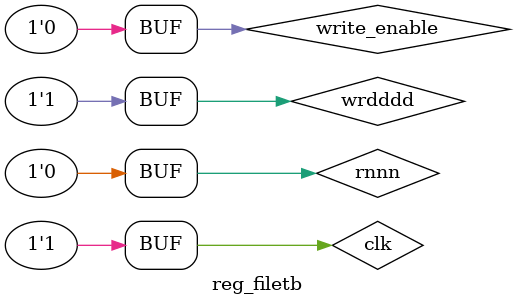
<source format=v>
module reg_filetb;
reg rnnn,wrdddd,write_enable,clk;
wire[7:0] R_Data;
reg_file onnhjet(rnnn,wrdddd,write_enable,clk,R_Data);
initial 
 begin
 #10 rnnn=0;wrdddd=1;write_enable=0;clk=1;
 #10 rnnn=1;wrdddd=0;write_enable=1;clk=1;
 #10 rnnn=1;wrdddd=0;write_enable=1;clk=1;
 #10 rnnn=1;wrdddd=0;write_enable=1;clk=1;
 #10 rnnn=0;wrdddd=1;write_enable=0;clk=1;
 #10 rnnn=0;wrdddd=1;write_enable=0;clk=1;
 #10 rnnn=0;wrdddd=1;write_enable=0;clk=1;
end 
endmodule

</source>
